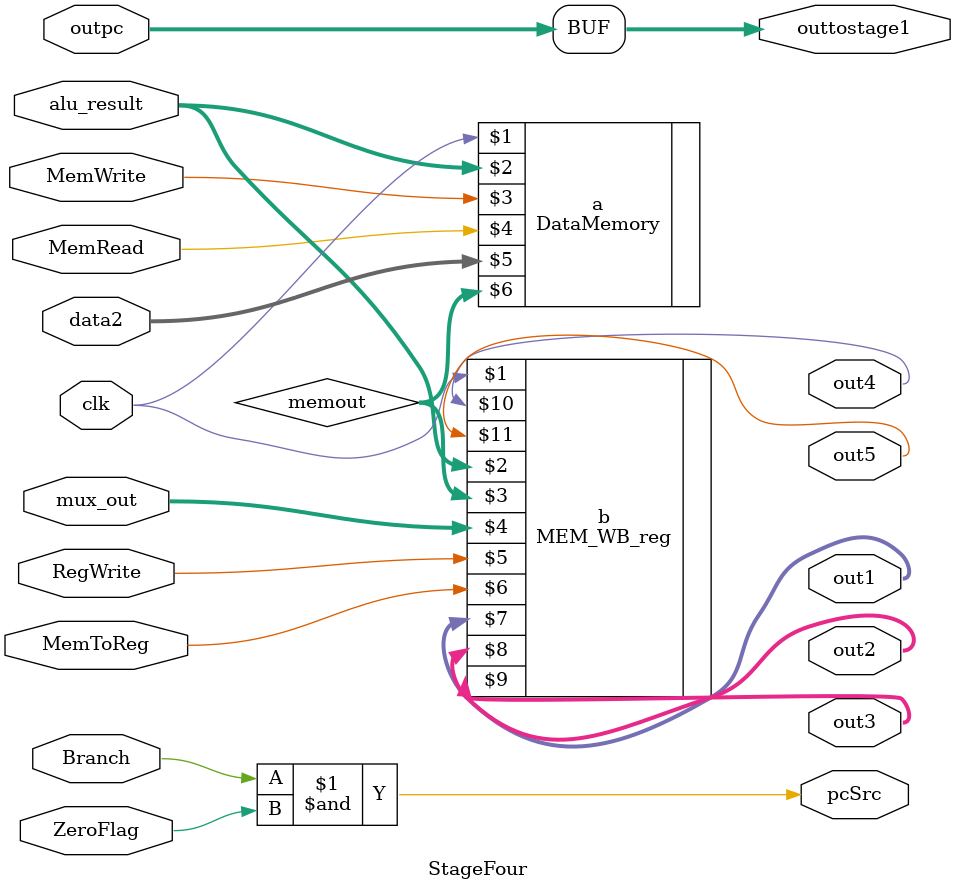
<source format=v>
module StageFour (clk,pcSrc,RegWrite, MemToReg, MemRead, MemWrite, Branch,ZeroFlag,outpc,alu_result,data2,mux_out,outtostage1,out1, out2, out3,out4,out5);
input  RegWrite, MemToReg, MemRead, MemWrite, Branch,ZeroFlag,clk;

input [31:0] outpc,alu_result,data2;

input [4:0] mux_out;

output pcSrc;

output [31:0] outtostage1;

output [31:0] out1, out2;

output [4:0] out3;

output out4, out5;

wire [31:0] memout ;

assign outtostage1=outpc;

and (pcSrc,Branch,ZeroFlag);


DataMemory a(clk, alu_result, MemWrite, MemRead, data2, memout);

MEM_WB_reg b(clk, alu_result, memout, mux_out, RegWrite, MemToReg, out1, out2, out3, out4, out5);



endmodule
</source>
